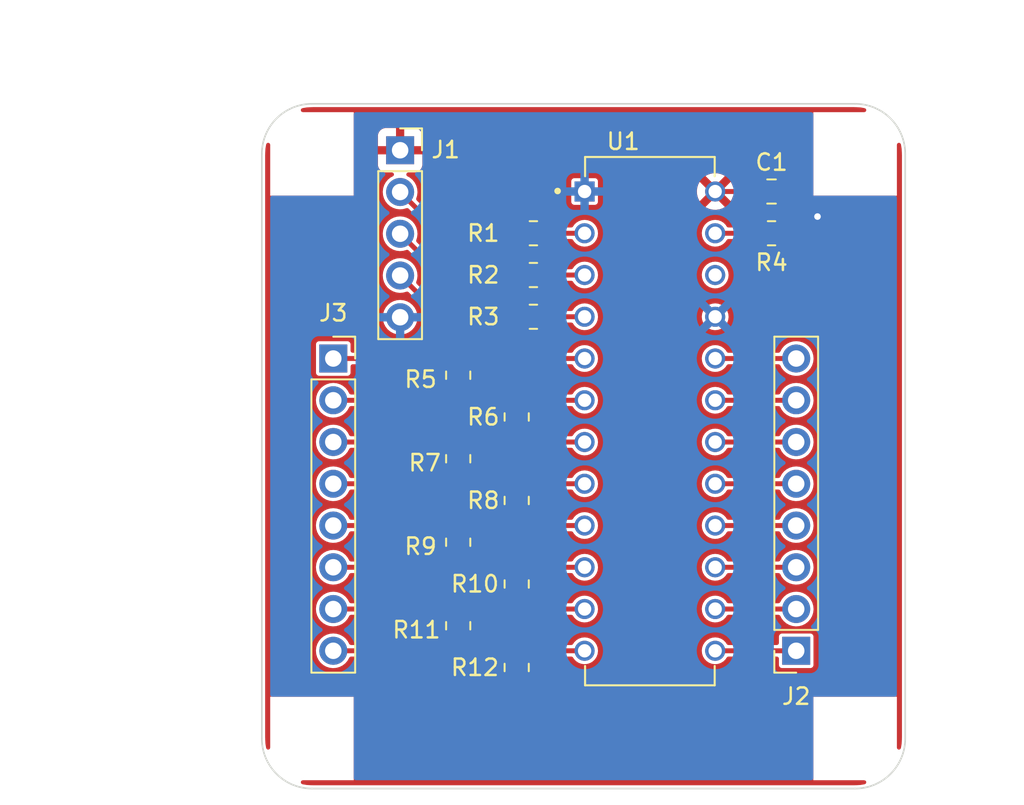
<source format=kicad_pcb>
(kicad_pcb (version 20221018) (generator pcbnew)
  (layers (0 "F.Cu" signal) (31 "B.Cu" signal) (34 "B.Paste" user) (35 "F.Paste" user) (36 "B.SilkS" user "B.Silkscreen") (37 "F.SilkS" user "F.Silkscreen") (38 "B.Mask" user) (39 "F.Mask" user) (44 "Edge.Cuts" user))
  (net 0 "")
  (net 1 "GND")
  (net 2 "VCC")
  (net 3 "Net-(J1-Pad2)")
  (net 4 "Net-(J1-Pad3)")
  (net 5 "Net-(J1-Pad4)")
  (net 6 "Net-(J2-Pad1)")
  (net 7 "Net-(J2-Pad2)")
  (net 8 "Net-(J2-Pad3)")
  (net 9 "Net-(J2-Pad4)")
  (net 10 "Net-(J2-Pad5)")
  (net 11 "Net-(J2-Pad6)")
  (net 12 "Net-(J2-Pad7)")
  (net 13 "Net-(J2-Pad8)")
  (net 14 "Net-(J3-Pad1)")
  (net 15 "Net-(J3-Pad2)")
  (net 16 "Net-(J3-Pad3)")
  (net 17 "Net-(J3-Pad4)")
  (net 18 "Net-(J3-Pad5)")
  (net 19 "Net-(J3-Pad6)")
  (net 20 "Net-(J3-Pad7)")
  (net 21 "Net-(J3-Pad8)")
  (net 22 "SCK")
  (net 23 "LATCH")
  (net 24 "MOSI")
  (net 25 "Net-(R4-Pad1)")
  (footprint "Connector_PinSocket_2.54mm:PinSocket_1x08_P2.54mm_Vertical" (layer "F.Cu") (at 148.819 98.806 180)
    (fp_text reference "J2" (at 0 -2.77) (layer "F.SilkS"))
    (fp_text value "Conn_01x08_Female")
    (fp_line (start -1.33 1.27) (end -1.33 19.11) (stroke (width 0.12)) (layer "F.SilkS"))
    (fp_line (start -1.33 1.27) (end 1.33 1.27) (stroke (width 0.12)) (layer "F.SilkS"))
    (fp_line (start -1.33 19.11) (end 1.33 19.11) (stroke (width 0.12)) (layer "F.SilkS"))
    (fp_line (start 0 -1.33) (end 1.33 -1.33) (stroke (width 0.12)) (layer "F.SilkS"))
    (fp_line (start 1.33 -1.33) (end 1.33 0) (stroke (width 0.12)) (layer "F.SilkS"))
    (fp_line (start 1.33 1.27) (end 1.33 19.11) (stroke (width 0.12)) (layer "F.SilkS"))
    (pad "1" thru_hole rect (at 0 0 180) (size 1.7 1.7) (drill 1) (layers "*.Cu" "*.Mask") (net 6 "Net-(J2-Pad1)"))
    (pad "2" thru_hole oval (at 0 2.54 180) (size 1.7 1.7) (drill 1) (layers "*.Cu" "*.Mask") (net 7 "Net-(J2-Pad2)"))
    (pad "3" thru_hole oval (at 0 5.08 180) (size 1.7 1.7) (drill 1) (layers "*.Cu" "*.Mask") (net 8 "Net-(J2-Pad3)"))
    (pad "4" thru_hole oval (at 0 7.62 180) (size 1.7 1.7) (drill 1) (layers "*.Cu" "*.Mask") (net 9 "Net-(J2-Pad4)"))
    (pad "5" thru_hole oval (at 0 10.16 180) (size 1.7 1.7) (drill 1) (layers "*.Cu" "*.Mask") (net 10 "Net-(J2-Pad5)"))
    (pad "6" thru_hole oval (at 0 12.7 180) (size 1.7 1.7) (drill 1) (layers "*.Cu" "*.Mask") (net 11 "Net-(J2-Pad6)"))
    (pad "7" thru_hole oval (at 0 15.24 180) (size 1.7 1.7) (drill 1) (layers "*.Cu" "*.Mask") (net 12 "Net-(J2-Pad7)"))
    (pad "8" thru_hole oval (at 0 17.78 180) (size 1.7 1.7) (drill 1) (layers "*.Cu" "*.Mask") (net 13 "Net-(J2-Pad8)"))
  )
  (footprint "Connector_PinSocket_2.54mm:PinSocket_1x05_P2.54mm_Vertical" (layer "F.Cu") (at 124.739 68.356)
    (fp_text reference "J1" (at 2.769 -0.03) (layer "F.SilkS"))
    (fp_text value "Conn_01x05_Female")
    (fp_line (start -1.33 1.27) (end -1.33 11.49) (stroke (width 0.12)) (layer "F.SilkS"))
    (fp_line (start -1.33 1.27) (end 1.33 1.27) (stroke (width 0.12)) (layer "F.SilkS"))
    (fp_line (start -1.33 11.49) (end 1.33 11.49) (stroke (width 0.12)) (layer "F.SilkS"))
    (fp_line (start 0 -1.33) (end 1.33 -1.33) (stroke (width 0.12)) (layer "F.SilkS"))
    (fp_line (start 1.33 -1.33) (end 1.33 0) (stroke (width 0.12)) (layer "F.SilkS"))
    (fp_line (start 1.33 1.27) (end 1.33 11.49) (stroke (width 0.12)) (layer "F.SilkS"))
    (pad "1" thru_hole rect (at 0 0) (size 1.7 1.7) (drill 1) (layers "*.Cu" "*.Mask") (net 2 "VCC"))
    (pad "2" thru_hole oval (at 0 2.54) (size 1.7 1.7) (drill 1) (layers "*.Cu" "*.Mask") (net 3 "Net-(J1-Pad2)"))
    (pad "3" thru_hole oval (at 0 5.08) (size 1.7 1.7) (drill 1) (layers "*.Cu" "*.Mask") (net 4 "Net-(J1-Pad3)"))
    (pad "4" thru_hole oval (at 0 7.62) (size 1.7 1.7) (drill 1) (layers "*.Cu" "*.Mask") (net 5 "Net-(J1-Pad4)"))
    (pad "5" thru_hole oval (at 0 10.16) (size 1.7 1.7) (drill 1) (layers "*.Cu" "*.Mask") (net 1 "GND"))
  )
  (footprint "Resistor_SMD:R_0805_2012Metric_Pad1.20x1.40mm_HandSolder" (layer "F.Cu") (at 131.826 94.742 90)
    (fp_text reference "R10" (at 0 -2.54 180) (layer "F.SilkS"))
    (fp_text value "10")
    (fp_line (start -0.227064 -0.735) (end 0.227064 -0.735) (stroke (width 0.12)) (layer "F.SilkS"))
    (fp_line (start -0.227064 0.735) (end 0.227064 0.735) (stroke (width 0.12)) (layer "F.SilkS"))
    (pad "1" smd roundrect (at -1 0 90) (size 1.2 1.4) (layers "F.Cu" "F.Paste" "F.Mask") (roundrect_rratio 0.208333) (net 2 "VCC"))
    (pad "2" smd roundrect (at 1 0 90) (size 1.2 1.4) (layers "F.Cu" "F.Paste" "F.Mask") (roundrect_rratio 0.208333) (net 19 "Net-(J3-Pad6)"))
  )
  (footprint "MountingHole:MountingHole_2.2mm_M2" (layer "F.Cu") (at 152.4 104.14)
    (fp_text reference "H3")
    (fp_text value "MountingHole")
    (pad "" np_thru_hole circle (at 0 0) (size 2.2 2.2) (drill 2.2) (layers "*.Cu" "*.Mask"))
  )
  (footprint "Resistor_SMD:R_0805_2012Metric_Pad1.20x1.40mm_HandSolder" (layer "F.Cu") (at 147.32 73.406)
    (fp_text reference "R4" (at 0 1.778) (layer "F.SilkS"))
    (fp_text value "330")
    (fp_line (start -0.227064 -0.735) (end 0.227064 -0.735) (stroke (width 0.12)) (layer "F.SilkS"))
    (fp_line (start -0.227064 0.735) (end 0.227064 0.735) (stroke (width 0.12)) (layer "F.SilkS"))
    (pad "1" smd roundrect (at -1 0) (size 1.2 1.4) (layers "F.Cu" "F.Paste" "F.Mask") (roundrect_rratio 0.208333) (net 25 "Net-(R4-Pad1)"))
    (pad "2" smd roundrect (at 1 0) (size 1.2 1.4) (layers "F.Cu" "F.Paste" "F.Mask") (roundrect_rratio 0.208333) (net 1 "GND"))
  )
  (footprint "Connector_PinSocket_2.54mm:PinSocket_1x08_P2.54mm_Vertical" (layer "F.Cu") (at 120.675 81.026)
    (fp_text reference "J3" (at 0 -2.77) (layer "F.SilkS"))
    (fp_text value "Conn_01x08_Female")
    (fp_line (start -1.33 1.27) (end -1.33 19.11) (stroke (width 0.12)) (layer "F.SilkS"))
    (fp_line (start -1.33 1.27) (end 1.33 1.27) (stroke (width 0.12)) (layer "F.SilkS"))
    (fp_line (start -1.33 19.11) (end 1.33 19.11) (stroke (width 0.12)) (layer "F.SilkS"))
    (fp_line (start 0 -1.33) (end 1.33 -1.33) (stroke (width 0.12)) (layer "F.SilkS"))
    (fp_line (start 1.33 -1.33) (end 1.33 0) (stroke (width 0.12)) (layer "F.SilkS"))
    (fp_line (start 1.33 1.27) (end 1.33 19.11) (stroke (width 0.12)) (layer "F.SilkS"))
    (pad "1" thru_hole rect (at 0 0) (size 1.7 1.7) (drill 1) (layers "*.Cu" "*.Mask") (net 14 "Net-(J3-Pad1)"))
    (pad "2" thru_hole oval (at 0 2.54) (size 1.7 1.7) (drill 1) (layers "*.Cu" "*.Mask") (net 15 "Net-(J3-Pad2)"))
    (pad "3" thru_hole oval (at 0 5.08) (size 1.7 1.7) (drill 1) (layers "*.Cu" "*.Mask") (net 16 "Net-(J3-Pad3)"))
    (pad "4" thru_hole oval (at 0 7.62) (size 1.7 1.7) (drill 1) (layers "*.Cu" "*.Mask") (net 17 "Net-(J3-Pad4)"))
    (pad "5" thru_hole oval (at 0 10.16) (size 1.7 1.7) (drill 1) (layers "*.Cu" "*.Mask") (net 18 "Net-(J3-Pad5)"))
    (pad "6" thru_hole oval (at 0 12.7) (size 1.7 1.7) (drill 1) (layers "*.Cu" "*.Mask") (net 19 "Net-(J3-Pad6)"))
    (pad "7" thru_hole oval (at 0 15.24) (size 1.7 1.7) (drill 1) (layers "*.Cu" "*.Mask") (net 20 "Net-(J3-Pad7)"))
    (pad "8" thru_hole oval (at 0 17.78) (size 1.7 1.7) (drill 1) (layers "*.Cu" "*.Mask") (net 21 "Net-(J3-Pad8)"))
  )
  (footprint "Resistor_SMD:R_0805_2012Metric_Pad1.20x1.40mm_HandSolder" (layer "F.Cu") (at 128.27 97.282 90)
    (fp_text reference "R11" (at -0.254 -2.54 180) (layer "F.SilkS"))
    (fp_text value "10")
    (fp_line (start -0.227064 -0.735) (end 0.227064 -0.735) (stroke (width 0.12)) (layer "F.SilkS"))
    (fp_line (start -0.227064 0.735) (end 0.227064 0.735) (stroke (width 0.12)) (layer "F.SilkS"))
    (pad "1" smd roundrect (at -1 0 90) (size 1.2 1.4) (layers "F.Cu" "F.Paste" "F.Mask") (roundrect_rratio 0.208333) (net 2 "VCC"))
    (pad "2" smd roundrect (at 1 0 90) (size 1.2 1.4) (layers "F.Cu" "F.Paste" "F.Mask") (roundrect_rratio 0.208333) (net 20 "Net-(J3-Pad7)"))
  )
  (footprint "Resistor_SMD:R_0805_2012Metric_Pad1.20x1.40mm_HandSolder" (layer "F.Cu") (at 128.27 87.122 90)
    (fp_text reference "R7" (at -0.254 -2.032 180) (layer "F.SilkS"))
    (fp_text value "100")
    (fp_line (start -0.227064 -0.735) (end 0.227064 -0.735) (stroke (width 0.12)) (layer "F.SilkS"))
    (fp_line (start -0.227064 0.735) (end 0.227064 0.735) (stroke (width 0.12)) (layer "F.SilkS"))
    (pad "1" smd roundrect (at -1 0 90) (size 1.2 1.4) (layers "F.Cu" "F.Paste" "F.Mask") (roundrect_rratio 0.208333) (net 2 "VCC"))
    (pad "2" smd roundrect (at 1 0 90) (size 1.2 1.4) (layers "F.Cu" "F.Paste" "F.Mask") (roundrect_rratio 0.208333) (net 16 "Net-(J3-Pad3)"))
  )
  (footprint "Resistor_SMD:R_0805_2012Metric_Pad1.20x1.40mm_HandSolder" (layer "F.Cu") (at 128.27 92.202 90)
    (fp_text reference "R9" (at -0.254 -2.286 180) (layer "F.SilkS"))
    (fp_text value "10")
    (fp_line (start -0.227064 -0.735) (end 0.227064 -0.735) (stroke (width 0.12)) (layer "F.SilkS"))
    (fp_line (start -0.227064 0.735) (end 0.227064 0.735) (stroke (width 0.12)) (layer "F.SilkS"))
    (pad "1" smd roundrect (at -1 0 90) (size 1.2 1.4) (layers "F.Cu" "F.Paste" "F.Mask") (roundrect_rratio 0.208333) (net 2 "VCC"))
    (pad "2" smd roundrect (at 1 0 90) (size 1.2 1.4) (layers "F.Cu" "F.Paste" "F.Mask") (roundrect_rratio 0.208333) (net 18 "Net-(J3-Pad5)"))
  )
  (footprint "Resistor_SMD:R_0805_2012Metric_Pad1.20x1.40mm_HandSolder" (layer "F.Cu") (at 132.842 78.486)
    (fp_text reference "R3" (at -3.048 0) (layer "F.SilkS"))
    (fp_text value "10")
    (fp_line (start -0.227064 -0.735) (end 0.227064 -0.735) (stroke (width 0.12)) (layer "F.SilkS"))
    (fp_line (start -0.227064 0.735) (end 0.227064 0.735) (stroke (width 0.12)) (layer "F.SilkS"))
    (pad "1" smd roundrect (at -1 0) (size 1.2 1.4) (layers "F.Cu" "F.Paste" "F.Mask") (roundrect_rratio 0.208333) (net 5 "Net-(J1-Pad4)"))
    (pad "2" smd roundrect (at 1 0) (size 1.2 1.4) (layers "F.Cu" "F.Paste" "F.Mask") (roundrect_rratio 0.208333) (net 23 "LATCH"))
  )
  (footprint "Resistor_SMD:R_0805_2012Metric_Pad1.20x1.40mm_HandSolder" (layer "F.Cu") (at 132.842 75.946)
    (fp_text reference "R2" (at -3.048 0) (layer "F.SilkS"))
    (fp_text value "10")
    (fp_line (start -0.227064 -0.735) (end 0.227064 -0.735) (stroke (width 0.12)) (layer "F.SilkS"))
    (fp_line (start -0.227064 0.735) (end 0.227064 0.735) (stroke (width 0.12)) (layer "F.SilkS"))
    (pad "1" smd roundrect (at -1 0) (size 1.2 1.4) (layers "F.Cu" "F.Paste" "F.Mask") (roundrect_rratio 0.208333) (net 4 "Net-(J1-Pad3)"))
    (pad "2" smd roundrect (at 1 0) (size 1.2 1.4) (layers "F.Cu" "F.Paste" "F.Mask") (roundrect_rratio 0.208333) (net 22 "SCK"))
  )
  (footprint "KiCad:DIP794W47P254L3213H457Q24" (layer "F.Cu") (at 139.9235 84.836)
    (fp_text reference "U1" (at -1.625 -17.015) (layer "F.SilkS"))
    (fp_text value "MAX6971ANG_")
    (fp_line (start -3.94 -16.07) (end 3.94 -16.07) (stroke (width 0.127)) (layer "F.SilkS"))
    (fp_line (start -3.94 -14.9) (end -3.94 -16.07) (stroke (width 0.127)) (layer "F.SilkS"))
    (fp_line (start -3.94 16.07) (end -3.94 14.9) (stroke (width 0.127)) (layer "F.SilkS"))
    (fp_line (start 3.94 -16.07) (end 3.94 -14.9) (stroke (width 0.127)) (layer "F.SilkS"))
    (fp_line (start 3.94 14.9) (end 3.94 16.07) (stroke (width 0.127)) (layer "F.SilkS"))
    (fp_line (start 3.94 16.07) (end -3.94 16.07) (stroke (width 0.127)) (layer "F.SilkS"))
    (fp_circle (center -5.61 -14) (end -5.51 -14) (stroke (width 0.2)) (fill none) (layer "F.SilkS"))
    (pad "1" thru_hole rect (at -3.97 -13.97) (size 1.22 1.22) (drill 0.81) (layers "*.Cu" "*.Mask") (net 1 "GND"))
    (pad "2" thru_hole circle (at -3.97 -11.43) (size 1.22 1.22) (drill 0.81) (layers "*.Cu" "*.Mask") (net 24 "MOSI"))
    (pad "3" thru_hole circle (at -3.97 -8.89) (size 1.22 1.22) (drill 0.81) (layers "*.Cu" "*.Mask") (net 22 "SCK"))
    (pad "4" thru_hole circle (at -3.97 -6.35) (size 1.22 1.22) (drill 0.81) (layers "*.Cu" "*.Mask") (net 23 "LATCH"))
    (pad "5" thru_hole circle (at -3.97 -3.81) (size 1.22 1.22) (drill 0.81) (layers "*.Cu" "*.Mask") (net 14 "Net-(J3-Pad1)"))
    (pad "6" thru_hole circle (at -3.97 -1.27) (size 1.22 1.22) (drill 0.81) (layers "*.Cu" "*.Mask") (net 15 "Net-(J3-Pad2)"))
    (pad "7" thru_hole circle (at -3.97 1.27) (size 1.22 1.22) (drill 0.81) (layers "*.Cu" "*.Mask") (net 16 "Net-(J3-Pad3)"))
    (pad "8" thru_hole circle (at -3.97 3.81) (size 1.22 1.22) (drill 0.81) (layers "*.Cu" "*.Mask") (net 17 "Net-(J3-Pad4)"))
    (pad "9" thru_hole circle (at -3.97 6.35) (size 1.22 1.22) (drill 0.81) (layers "*.Cu" "*.Mask") (net 18 "Net-(J3-Pad5)"))
    (pad "10" thru_hole circle (at -3.97 8.89) (size 1.22 1.22) (drill 0.81) (layers "*.Cu" "*.Mask") (net 19 "Net-(J3-Pad6)"))
    (pad "11" thru_hole circle (at -3.97 11.43) (size 1.22 1.22) (drill 0.81) (layers "*.Cu" "*.Mask") (net 20 "Net-(J3-Pad7)"))
    (pad "12" thru_hole circle (at -3.97 13.97) (size 1.22 1.22) (drill 0.81) (layers "*.Cu" "*.Mask") (net 21 "Net-(J3-Pad8)"))
    (pad "13" thru_hole circle (at 3.97 13.97) (size 1.22 1.22) (drill 0.81) (layers "*.Cu" "*.Mask") (net 6 "Net-(J2-Pad1)"))
    (pad "14" thru_hole circle (at 3.97 11.43) (size 1.22 1.22) (drill 0.81) (layers "*.Cu" "*.Mask") (net 7 "Net-(J2-Pad2)"))
    (pad "15" thru_hole circle (at 3.97 8.89) (size 1.22 1.22) (drill 0.81) (layers "*.Cu" "*.Mask") (net 8 "Net-(J2-Pad3)"))
    (pad "16" thru_hole circle (at 3.97 6.35) (size 1.22 1.22) (drill 0.81) (layers "*.Cu" "*.Mask") (net 9 "Net-(J2-Pad4)"))
    (pad "17" thru_hole circle (at 3.97 3.81) (size 1.22 1.22) (drill 0.81) (layers "*.Cu" "*.Mask") (net 10 "Net-(J2-Pad5)"))
    (pad "18" thru_hole circle (at 3.97 1.27) (size 1.22 1.22) (drill 0.81) (layers "*.Cu" "*.Mask") (net 11 "Net-(J2-Pad6)"))
    (pad "19" thru_hole circle (at 3.97 -1.27) (size 1.22 1.22) (drill 0.81) (layers "*.Cu" "*.Mask") (net 12 "Net-(J2-Pad7)"))
    (pad "20" thru_hole circle (at 3.97 -3.81) (size 1.22 1.22) (drill 0.81) (layers "*.Cu" "*.Mask") (net 13 "Net-(J2-Pad8)"))
    (pad "21" thru_hole circle (at 3.97 -6.35) (size 1.22 1.22) (drill 0.81) (layers "*.Cu" "*.Mask") (net 1 "GND"))
    (pad "22" thru_hole circle (at 3.97 -8.89) (size 1.22 1.22) (drill 0.81) (layers "*.Cu" "*.Mask"))
    (pad "23" thru_hole circle (at 3.97 -11.43) (size 1.22 1.22) (drill 0.81) (layers "*.Cu" "*.Mask") (net 25 "Net-(R4-Pad1)"))
    (pad "24" thru_hole circle (at 3.97 -13.97) (size 1.22 1.22) (drill 0.81) (layers "*.Cu" "*.Mask") (net 2 "VCC"))
  )
  (footprint "Resistor_SMD:R_0805_2012Metric_Pad1.20x1.40mm_HandSolder" (layer "F.Cu") (at 132.842 73.406)
    (fp_text reference "R1" (at -3.048 0) (layer "F.SilkS"))
    (fp_text value "10")
    (fp_line (start -0.227064 -0.735) (end 0.227064 -0.735) (stroke (width 0.12)) (layer "F.SilkS"))
    (fp_line (start -0.227064 0.735) (end 0.227064 0.735) (stroke (width 0.12)) (layer "F.SilkS"))
    (pad "1" smd roundrect (at -1 0) (size 1.2 1.4) (layers "F.Cu" "F.Paste" "F.Mask") (roundrect_rratio 0.208333) (net 3 "Net-(J1-Pad2)"))
    (pad "2" smd roundrect (at 1 0) (size 1.2 1.4) (layers "F.Cu" "F.Paste" "F.Mask") (roundrect_rratio 0.208333) (net 24 "MOSI"))
  )
  (footprint "Resistor_SMD:R_0805_2012Metric_Pad1.20x1.40mm_HandSolder" (layer "F.Cu") (at 131.826 84.582 90)
    (fp_text reference "R6" (at 0 -2.032 180) (layer "F.SilkS"))
    (fp_text value "100")
    (fp_line (start -0.227064 -0.735) (end 0.227064 -0.735) (stroke (width 0.12)) (layer "F.SilkS"))
    (fp_line (start -0.227064 0.735) (end 0.227064 0.735) (stroke (width 0.12)) (layer "F.SilkS"))
    (pad "1" smd roundrect (at -1 0 90) (size 1.2 1.4) (layers "F.Cu" "F.Paste" "F.Mask") (roundrect_rratio 0.208333) (net 2 "VCC"))
    (pad "2" smd roundrect (at 1 0 90) (size 1.2 1.4) (layers "F.Cu" "F.Paste" "F.Mask") (roundrect_rratio 0.208333) (net 15 "Net-(J3-Pad2)"))
  )
  (footprint "Resistor_SMD:R_0805_2012Metric_Pad1.20x1.40mm_HandSolder" (layer "F.Cu") (at 131.826 89.662 90)
    (fp_text reference "R8" (at 0 -2.032 180) (layer "F.SilkS"))
    (fp_text value "100")
    (fp_line (start -0.227064 -0.735) (end 0.227064 -0.735) (stroke (width 0.12)) (layer "F.SilkS"))
    (fp_line (start -0.227064 0.735) (end 0.227064 0.735) (stroke (width 0.12)) (layer "F.SilkS"))
    (pad "1" smd roundrect (at -1 0 90) (size 1.2 1.4) (layers "F.Cu" "F.Paste" "F.Mask") (roundrect_rratio 0.208333) (net 2 "VCC"))
    (pad "2" smd roundrect (at 1 0 90) (size 1.2 1.4) (layers "F.Cu" "F.Paste" "F.Mask") (roundrect_rratio 0.208333) (net 17 "Net-(J3-Pad4)"))
  )
  (footprint "Resistor_SMD:R_0805_2012Metric_Pad1.20x1.40mm_HandSolder" (layer "F.Cu") (at 128.27 82.042 90)
    (fp_text reference "R5" (at -0.254 -2.286 180) (layer "F.SilkS"))
    (fp_text value "100")
    (fp_line (start -0.227064 -0.735) (end 0.227064 -0.735) (stroke (width 0.12)) (layer "F.SilkS"))
    (fp_line (start -0.227064 0.735) (end 0.227064 0.735) (stroke (width 0.12)) (layer "F.SilkS"))
    (pad "1" smd roundrect (at -1 0 90) (size 1.2 1.4) (layers "F.Cu" "F.Paste" "F.Mask") (roundrect_rratio 0.208333) (net 2 "VCC"))
    (pad "2" smd roundrect (at 1 0 90) (size 1.2 1.4) (layers "F.Cu" "F.Paste" "F.Mask") (roundrect_rratio 0.208333) (net 14 "Net-(J3-Pad1)"))
  )
  (footprint "Capacitor_SMD:C_0805_2012Metric_Pad1.18x1.45mm_HandSolder" (layer "F.Cu") (at 147.32 70.866 180)
    (fp_text reference "C1" (at 0 1.778) (layer "F.SilkS"))
    (fp_text value "0.1uf")
    (fp_line (start -0.261252 -0.735) (end 0.261252 -0.735) (stroke (width 0.12)) (layer "F.SilkS"))
    (fp_line (start -0.261252 0.735) (end 0.261252 0.735) (stroke (width 0.12)) (layer "F.SilkS"))
    (pad "1" smd roundrect (at -1.0375 0 180) (size 1.175 1.45) (layers "F.Cu" "F.Paste" "F.Mask") (roundrect_rratio 0.212766) (net 1 "GND"))
    (pad "2" smd roundrect (at 1.0375 0 180) (size 1.175 1.45) (layers "F.Cu" "F.Paste" "F.Mask") (roundrect_rratio 0.212766) (net 2 "VCC"))
  )
  (footprint "MountingHole:MountingHole_2.2mm_M2" (layer "F.Cu") (at 119.38 68.58)
    (fp_text reference "H1")
    (fp_text value "MountingHole")
    (pad "" np_thru_hole circle (at 0 0) (size 2.2 2.2) (drill 2.2) (layers "*.Cu" "*.Mask"))
  )
  (footprint "MountingHole:MountingHole_2.2mm_M2" (layer "F.Cu") (at 152.4 68.58)
    (fp_text reference "H2")
    (fp_text value "MountingHole")
    (pad "" np_thru_hole circle (at 0 0) (size 2.2 2.2) (drill 2.2) (layers "*.Cu" "*.Mask"))
  )
  (footprint "MountingHole:MountingHole_2.2mm_M2" (layer "F.Cu") (at 119.38 104.14)
    (fp_text reference "H4")
    (fp_text value "MountingHole")
    (pad "" np_thru_hole circle (at 0 0) (size 2.2 2.2) (drill 2.2) (layers "*.Cu" "*.Mask"))
  )
  (footprint "Resistor_SMD:R_0805_2012Metric_Pad1.20x1.40mm_HandSolder" (layer "F.Cu") (at 131.826 99.822 90)
    (fp_text reference "R12" (at 0 -2.54 180) (layer "F.SilkS"))
    (fp_text value "10")
    (fp_line (start -0.227064 -0.735) (end 0.227064 -0.735) (stroke (width 0.12)) (layer "F.SilkS"))
    (fp_line (start -0.227064 0.735) (end 0.227064 0.735) (stroke (width 0.12)) (layer "F.SilkS"))
    (pad "1" smd roundrect (at -1 0 90) (size 1.2 1.4) (layers "F.Cu" "F.Paste" "F.Mask") (roundrect_rratio 0.208333) (net 2 "VCC"))
    (pad "2" smd roundrect (at 1 0 90) (size 1.2 1.4) (layers "F.Cu" "F.Paste" "F.Mask") (roundrect_rratio 0.208333) (net 21 "Net-(J3-Pad8)"))
  )
  (gr_arc (start 155.448 104.14) (mid 154.555261 106.295261) (end 152.4 107.188) (stroke (width 0.1)) (layer "Edge.Cuts"))
  (gr_arc (start 119.38 107.188) (mid 117.224739 106.295261) (end 116.332 104.14) (stroke (width 0.1)) (layer "Edge.Cuts"))
  (gr_arc (start 152.4 65.532) (mid 154.555261 66.424739) (end 155.448 68.58) (stroke (width 0.1)) (layer "Edge.Cuts"))
  (gr_line (start 155.448 68.58) (end 155.448 104.14) (stroke (width 0.1)) (layer "Edge.Cuts"))
  (gr_line (start 119.38 107.188) (end 152.4 107.188) (stroke (width 0.1)) (layer "Edge.Cuts"))
  (gr_line (start 116.332 68.58) (end 116.332 104.14) (stroke (width 0.1)) (layer "Edge.Cuts"))
  (gr_arc (start 116.332 68.58) (mid 117.224739 66.424739) (end 119.38 65.532) (stroke (width 0.1)) (layer "Edge.Cuts"))
  (gr_line (start 152.4 65.532) (end 119.38 65.532) (stroke (width 0.1)) (layer "Edge.Cuts"))
  (segment (start 148.59 70.866) (end 148.3575 70.866) (width 0.3) (layer "F.Cu") (net 1))
  (segment (start 148.32 73.406) (end 149.098 73.406) (width 0.3) (layer "F.Cu") (net 1))
  (segment (start 150.114 72.39) (end 148.59 70.866) (width 0.3) (layer "F.Cu") (net 1))
  (segment (start 149.098 73.406) (end 150.114 72.39) (width 0.3) (layer "F.Cu") (net 1))
  (via (at 150.114 72.39) (size 0.8) (drill 0.4) (layers "F.Cu" "B.Cu") (net 1))
  (segment (start 143.8935 70.866) (end 146.2825 70.866) (width 0.3) (layer "F.Cu") (net 2))
  (segment (start 131.842 73.406) (end 127.249 73.406) (width 0.3) (layer "F.Cu") (net 3))
  (segment (start 127.249 73.406) (end 124.739 70.896) (width 0.3) (layer "F.Cu") (net 3))
  (segment (start 131.842 75.946) (end 127.249 75.946) (width 0.3) (layer "F.Cu") (net 4))
  (segment (start 127.249 75.946) (end 124.739 73.436) (width 0.3) (layer "F.Cu") (net 4))
  (segment (start 127.249 78.486) (end 124.739 75.976) (width 0.3) (layer "F.Cu") (net 5))
  (segment (start 131.842 78.486) (end 127.249 78.486) (width 0.3) (layer "F.Cu") (net 5))
  (segment (start 143.8935 98.806) (end 148.819 98.806) (width 0.3) (layer "F.Cu") (net 6))
  (segment (start 143.8935 96.266) (end 148.819 96.266) (width 0.3) (layer "F.Cu") (net 7))
  (segment (start 143.8935 93.726) (end 148.819 93.726) (width 0.3) (layer "F.Cu") (net 8))
  (segment (start 143.8935 91.186) (end 148.819 91.186) (width 0.3) (layer "F.Cu") (net 9))
  (segment (start 143.8935 88.646) (end 148.819 88.646) (width 0.3) (layer "F.Cu") (net 10))
  (segment (start 143.8935 86.106) (end 148.819 86.106) (width 0.3) (layer "F.Cu") (net 11))
  (segment (start 143.8935 83.566) (end 148.819 83.566) (width 0.3) (layer "F.Cu") (net 12))
  (segment (start 143.8935 81.026) (end 148.819 81.026) (width 0.3) (layer "F.Cu") (net 13))
  (segment (start 128.286 81.026) (end 128.27 81.042) (width 0.3) (layer "F.Cu") (net 14))
  (segment (start 128.27 81.042) (end 128.254 81.026) (width 0.3) (layer "F.Cu") (net 14))
  (segment (start 128.254 81.026) (end 120.675 81.026) (width 0.3) (layer "F.Cu") (net 14))
  (segment (start 135.9535 81.026) (end 128.286 81.026) (width 0.3) (layer "F.Cu") (net 14))
  (segment (start 135.9535 83.566) (end 131.842 83.566) (width 0.3) (layer "F.Cu") (net 15))
  (segment (start 127 84.582) (end 125.984 83.566) (width 0.3) (layer "F.Cu") (net 15))
  (segment (start 125.984 83.566) (end 120.675 83.566) (width 0.3) (layer "F.Cu") (net 15))
  (segment (start 129.286 84.582) (end 127 84.582) (width 0.3) (layer "F.Cu") (net 15))
  (segment (start 131.826 83.582) (end 130.286 83.582) (width 0.3) (layer "F.Cu") (net 15))
  (segment (start 131.842 83.566) (end 131.826 83.582) (width 0.3) (layer "F.Cu") (net 15))
  (segment (start 130.286 83.582) (end 129.286 84.582) (width 0.3) (layer "F.Cu") (net 15))
  (segment (start 133.858 86.106) (end 132.842 87.122) (width 0.3) (layer "F.Cu") (net 16))
  (segment (start 128.27 86.122) (end 128.254 86.106) (width 0.3) (layer "F.Cu") (net 16))
  (segment (start 129.794 86.106) (end 128.286 86.106) (width 0.3) (layer "F.Cu") (net 16))
  (segment (start 128.254 86.106) (end 120.675 86.106) (width 0.3) (layer "F.Cu") (net 16))
  (segment (start 130.81 87.122) (end 129.794 86.106) (width 0.3) (layer "F.Cu") (net 16))
  (segment (start 135.9535 86.106) (end 133.858 86.106) (width 0.3) (layer "F.Cu") (net 16))
  (segment (start 132.842 87.122) (end 130.81 87.122) (width 0.3) (layer "F.Cu") (net 16))
  (segment (start 128.286 86.106) (end 128.27 86.122) (width 0.3) (layer "F.Cu") (net 16))
  (segment (start 126.238 88.646) (end 120.675 88.646) (width 0.3) (layer "F.Cu") (net 17))
  (segment (start 135.9535 88.646) (end 131.842 88.646) (width 0.3) (layer "F.Cu") (net 17))
  (segment (start 131.842 88.646) (end 131.826 88.662) (width 0.3) (layer "F.Cu") (net 17))
  (segment (start 130.286 88.662) (end 129.286 89.662) (width 0.3) (layer "F.Cu") (net 17))
  (segment (start 131.826 88.662) (end 130.286 88.662) (width 0.3) (layer "F.Cu") (net 17))
  (segment (start 127.254 89.662) (end 126.238 88.646) (width 0.3) (layer "F.Cu") (net 17))
  (segment (start 129.286 89.662) (end 127.254 89.662) (width 0.3) (layer "F.Cu") (net 17))
  (segment (start 128.254 91.186) (end 120.675 91.186) (width 0.3) (layer "F.Cu") (net 18))
  (segment (start 132.842 92.202) (end 130.81 92.202) (width 0.3) (layer "F.Cu") (net 18))
  (segment (start 128.286 91.186) (end 128.27 91.202) (width 0.3) (layer "F.Cu") (net 18))
  (segment (start 129.794 91.186) (end 128.286 91.186) (width 0.3) (layer "F.Cu") (net 18))
  (segment (start 133.858 91.186) (end 132.842 92.202) (width 0.3) (layer "F.Cu") (net 18))
  (segment (start 130.81 92.202) (end 129.794 91.186) (width 0.3) (layer "F.Cu") (net 18))
  (segment (start 135.9535 91.186) (end 133.858 91.186) (width 0.3) (layer "F.Cu") (net 18))
  (segment (start 128.27 91.202) (end 128.254 91.186) (width 0.3) (layer "F.Cu") (net 18))
  (segment (start 135.9535 93.726) (end 131.842 93.726) (width 0.3) (layer "F.Cu") (net 19))
  (segment (start 127.254 94.742) (end 126.238 93.726) (width 0.3) (layer "F.Cu") (net 19))
  (segment (start 130.286 93.742) (end 129.286 94.742) (width 0.3) (layer "F.Cu") (net 19))
  (segment (start 126.238 93.726) (end 120.675 93.726) (width 0.3) (layer "F.Cu") (net 19))
  (segment (start 129.286 94.742) (end 127.254 94.742) (width 0.3) (layer "F.Cu") (net 19))
  (segment (start 131.826 93.742) (end 130.286 93.742) (width 0.3) (layer "F.Cu") (net 19))
  (segment (start 131.842 93.726) (end 131.826 93.742) (width 0.3) (layer "F.Cu") (net 19))
  (segment (start 129.794 96.266) (end 128.286 96.266) (width 0.3) (layer "F.Cu") (net 20))
  (segment (start 128.286 96.266) (end 128.27 96.282) (width 0.3) (layer "F.Cu") (net 20))
  (segment (start 130.81 97.282) (end 129.794 96.266) (width 0.3) (layer "F.Cu") (net 20))
  (segment (start 132.842 97.282) (end 130.81 97.282) (width 0.3) (layer "F.Cu") (net 20))
  (segment (start 133.858 96.266) (end 132.842 97.282) (width 0.3) (layer "F.Cu") (net 20))
  (segment (start 135.9535 96.266) (end 133.858 96.266) (width 0.3) (layer "F.Cu") (net 20))
  (segment (start 128.286 96.266) (end 120.675 96.266) (width 0.3) (layer "F.Cu") (net 20))
  (segment (start 127.254 99.822) (end 126.238 98.806) (width 0.3) (layer "F.Cu") (net 21))
  (segment (start 131.842 98.806) (end 131.826 98.822) (width 0.3) (layer "F.Cu") (net 21))
  (segment (start 129.286 99.822) (end 127.254 99.822) (width 0.3) (layer "F.Cu") (net 21))
  (segment (start 129.286 99.822) (end 130.286 98.822) (width 0.3) (layer "F.Cu") (net 21))
  (segment (start 135.9535 98.806) (end 131.842 98.806) (width 0.3) (layer "F.Cu") (net 21))
  (segment (start 130.286 98.822) (end 131.826 98.822) (width 0.3) (layer "F.Cu") (net 21))
  (segment (start 126.238 98.806) (end 120.675 98.806) (width 0.3) (layer "F.Cu") (net 21))
  (segment (start 133.842 75.946) (end 135.9535 75.946) (width 0.3) (layer "F.Cu") (net 22))
  (segment (start 133.842 78.486) (end 135.9535 78.486) (width 0.3) (layer "F.Cu") (net 23))
  (segment (start 133.842 73.406) (end 135.9535 73.406) (width 0.3) (layer "F.Cu") (net 24))
  (segment (start 143.8935 73.406) (end 146.32 73.406) (width 0.3) (layer "F.Cu") (net 25))
  (zone (net 2) (net_name "VCC") (layer "F.Cu") (connect_pads (clearance 0.2)) (min_thickness 0.25) (fill yes (thermal_gap 0.5) (thermal_bridge_width 0.5))
    (polygon (pts (xy 155.448 107.188) (xy 116.332 107.188) (xy 116.332 65.532) (xy 155.448 65.532)))
  )
  (zone (net 0) (net_name "") (layers "F&B.Cu") (connect_pads (clearance 0)) (min_thickness 0.25)
    (keepout (tracks allowed) (vias allowed) (pads allowed) (copperpour not_allowed) (footprints allowed))
    (fill (thermal_gap 0.5) (thermal_bridge_width 0.5))
    (polygon (pts (xy 154.94 71.12) (xy 149.86 71.12) (xy 149.86 66.04) (xy 154.94 66.04)))
  )
  (zone (net 0) (net_name "") (layers "F&B.Cu") (connect_pads (clearance 0)) (min_thickness 0.25)
    (keepout (tracks allowed) (vias allowed) (pads allowed) (copperpour not_allowed) (footprints allowed))
    (fill (thermal_gap 0.5) (thermal_bridge_width 0.5))
    (polygon (pts (xy 121.92 71.12) (xy 116.84 71.12) (xy 116.84 66.04) (xy 121.92 66.04)))
  )
  (zone (net 0) (net_name "") (layers "F&B.Cu") (connect_pads (clearance 0)) (min_thickness 0.25)
    (keepout (tracks allowed) (vias allowed) (pads allowed) (copperpour not_allowed) (footprints allowed))
    (fill (thermal_gap 0.5) (thermal_bridge_width 0.5))
    (polygon (pts (xy 121.92 106.68) (xy 116.84 106.68) (xy 116.84 101.6) (xy 121.92 101.6)))
  )
  (zone (net 0) (net_name "") (layers "F&B.Cu") (connect_pads (clearance 0)) (min_thickness 0.25)
    (keepout (tracks allowed) (vias allowed) (pads allowed) (copperpour not_allowed) (footprints allowed))
    (fill (thermal_gap 0.5) (thermal_bridge_width 0.5))
    (polygon (pts (xy 154.94 106.68) (xy 149.86 106.68) (xy 149.86 101.6) (xy 154.94 101.6)))
  )
  (zone (net 1) (net_name "GND") (layer "B.Cu") (connect_pads (clearance 0.508)) (min_thickness 0.254) (fill yes (thermal_gap 0.508) (thermal_bridge_width 0.508))
    (polygon (pts (xy 155.448 107.188) (xy 116.332 107.188) (xy 116.332 65.532) (xy 155.448 65.532)))
  )
)
</source>
